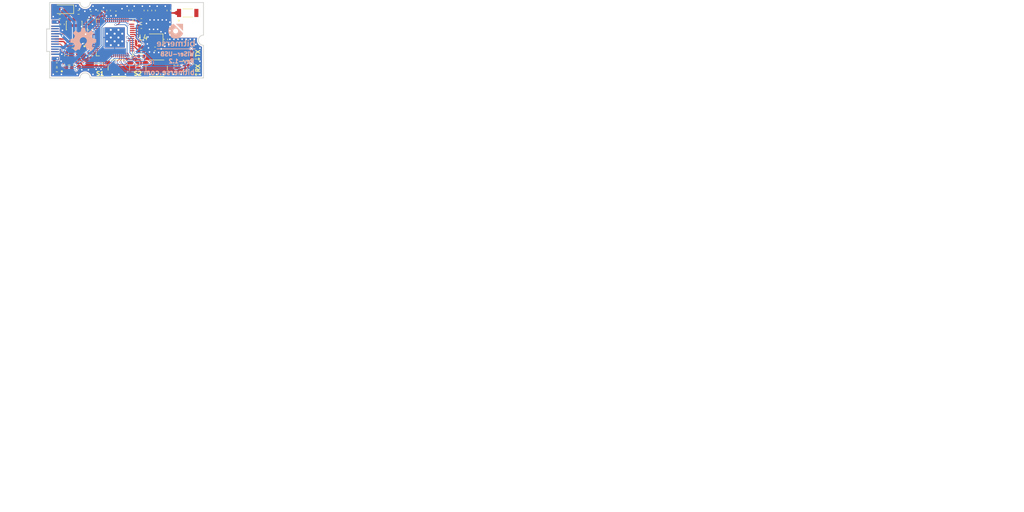
<source format=kicad_pcb>
(kicad_pcb (version 20221018) (generator pcbnew)
  (title_block (title "WiSer-USB") (rev "1.2") (company "Copyright (c) 2024 Bitmerse LLP") (comment 1 "This file is licensed under CERN-OHL-P-2.0") (comment 2 "Author: Jaydeep Dhrangdhariya") (comment 4 "Visit us at https://www.bitmerse.com"))
  (layers (0 "F.Cu" signal) (1 "In1.Cu" power) (2 "In2.Cu" power) (31 "B.Cu" signal) (34 "B.Paste" user) (35 "F.Paste" user) (36 "B.SilkS" user "B.Silkscreen") (37 "F.SilkS" user "F.Silkscreen") (38 "B.Mask" user) (39 "F.Mask" user) (44 "Edge.Cuts" user))
  (net 0 "")
  (net 1 "+5V")
  (net 2 "+3V3")
  (net 3 "/USB+")
  (net 4 "/USB-")
  (net 5 "GND")
  (net 6 "/LED_TXD")
  (net 7 "/LED_RXD")
  (net 8 "Net-(P1-CC)")
  (net 12 "/USB_CONN-")
  (net 13 "/USER_IN")
  (net 14 "/BOOT")
  (net 15 "/CHIP_PU")
  (net 16 "/LNA_IN")
  (net 17 "/VDD3P3")
  (net 18 "/XTAL_P")
  (net 19 "Net-(C17-Pad1)")
  (net 20 "/XTAL_N")
  (net 30 "/USB_CONN+")
  (net 31 "VCC")
  (net 32 "/U0RXD")
  (net 33 "/U0TXD")
  (net 34 "Net-(D3-A)")
  (net 35 "Net-(D2-A)")
  (net 71 "/VDD_SPI")
  (net 72 "Net-(P1-SHIELD)")
  (net 73 "Net-(D1-K)")
  (net 74 "Net-(C20-Pad1)")
  (net 75 "Net-(U3-U0TXD{slash}GPIO43)")
  (net 76 "Net-(C19-Pad1)")
  (net 77 "/USB_FIL-")
  (net 78 "/USB_FIL+")
  (footprint "Capacitor_SMD:C_0402_1005Metric" (layer "F.Cu") (at 93.3 97.495 -90)
    (fp_text reference "C21" hide)
    (fp_text value "1u" hide)
  )
  (footprint "Capacitor_SMD:C_0402_1005Metric" (layer "F.Cu") (at 107.6 93.2 -90)
    (fp_text reference "C4" hide)
    (fp_text value "1u" hide)
  )
  (footprint "Capacitor_SMD:C_0402_1005Metric" (layer "F.Cu") (at 108 89.905)
    (fp_text reference "C10" hide)
    (fp_text value "100p" hide)
  )
  (footprint "TestPointPad:TestPoint_Pad_D0.8mm" (layer "F.Cu") (at 95.775 95)
    (fp_text reference "TP5" hide)
    (fp_text value "5V" hide)
  )
  (footprint "Capacitor_SMD:C_0402_1005Metric" (layer "F.Cu") (at 103.005 87.23 180)
    (fp_text reference "C11" hide)
    (fp_text value "0.1u" hide)
  )
  (footprint "Inductor_SMD:L_0402_1005Metric" (layer "F.Cu") (at 103.015 86.28)
    (fp_text reference "L1" hide)
    (fp_text value "2n" hide)
  )
  (footprint "Resistor_SMD:R_0402_1005Metric" (layer "F.Cu") (at 91.99 87.95 180)
    (fp_text reference "R1" hide)
    (fp_text value "330")
  )
  (footprint "Capacitor_SMD:C_0402_1005Metric" (layer "F.Cu") (at 110.679999 94.3)
    (fp_text reference "C18" hide)
    (fp_text value "TBD" hide)
  )
  (footprint "Capacitor_SMD:C_0402_1005Metric" (layer "F.Cu") (at 98.1 95.585 -90)
    (fp_text reference "C12" hide)
    (fp_text value "0.1u" hide)
  )
  (footprint "Resistor_SMD:R_0402_1005Metric" (layer "F.Cu") (at 95.675 87.105)
    (fp_text reference "FB1" hide)
    (fp_text value "BLM15PX600SN1D" hide)
  )
  (footprint "Inductor_SMD:L_0402_1005Metric" (layer "F.Cu") (at 108.385 90.9 180)
    (fp_text reference "L4")
    (fp_text value "24n")
  )
  (footprint "Capacitor_SMD:C_0402_1005Metric" (layer "F.Cu") (at 98.1 87.3 180)
    (fp_text reference "C3" hide)
    (fp_text value "10u" hide)
  )
  (footprint "2450AT18B100E:XDCR_2450AT18B100E" (layer "F.Cu") (at 117.1 87.23)
    (fp_text reference "E1" hide)
    (fp_text value "2450AT18B100E" hide)
  )
  (footprint "Capacitor_SMD:C_0402_1005Metric" (layer "F.Cu") (at 98 90.6 90)
    (fp_text reference "C5" hide)
    (fp_text value "0.1u" hide)
  )
  (footprint "Crystal:Crystal_SMD_2016-4Pin_2.0x1.6mm" (layer "F.Cu") (at 110.9 92.5 180)
    (fp_text reference "Y1" hide)
    (fp_text value "40MHz" hide)
  )
  (footprint "Capacitor_SMD:C_0402_1005Metric" (layer "F.Cu") (at 97.5 88.855)
    (fp_text reference "C7" hide)
    (fp_text value "10u" hide)
  )
  (footprint "TL3365AF180QG:SW_TL3365AF180QG" (layer "F.Cu") (at 103.575 98.075)
    (fp_text reference "S1" hide)
    (fp_text value "BOOT" hide)
  )
  (footprint "Capacitor_SMD:C_0402_1005Metric" (layer "F.Cu") (at 113.4 86.75 90)
    (fp_text reference "C17" hide)
    (fp_text value "TBD")
  )
  (footprint "Diode_SMD:D_SOD-323_HandSoldering" (layer "F.Cu") (at 92.7 86.5 180)
    (fp_text reference "D1" hide)
    (fp_text value "B5819WS" hide)
  )
  (footprint "TL3365AF180QG:SW_TL3365AF180QG" (layer "F.Cu") (at 111 98.075)
    (fp_text reference "S2" hide)
    (fp_text value "USER" hide)
  )
  (footprint "Capacitor_SMD:C_0402_1005Metric" (layer "F.Cu") (at 105.9 86.75 90)
    (fp_text reference "C23" hide)
    (fp_text value "TBD")
  )
  (footprint "Capacitor_SMD:C_0402_1005Metric" (layer "F.Cu") (at 110.4 86.75 90)
    (fp_text reference "C19" hide)
    (fp_text value "TBD")
  )
  (footprint "Resistor_SMD:R_0402_1005Metric" (layer "F.Cu") (at 107.3 97.51 90)
    (fp_text reference "R6" hide)
    (fp_text value "10K" hide)
  )
  (footprint "Capacitor_SMD:C_0402_1005Metric" (layer "F.Cu") (at 99.125 97.15 -90)
    (fp_text reference "C14" hide)
    (fp_text value "1u" hide)
  )
  (footprint "USBLC6-2P6:SOT50P160X60-6N" (layer "F.Cu") (at 95.015 93.275 180)
    (fp_text reference "U2" hide)
    (fp_text value "USBLC6-2P6" hide)
  )
  (footprint "Resistor_SMD:R_0402_1005Metric" (layer "F.Cu") (at 94.325 97.505 90)
    (fp_text reference "R4" hide)
    (fp_text value "10K" hide)
  )
  (footprint "Capacitor_SMD:C_0402_1005Metric" (layer "F.Cu") (at 97.05 90.45 90)
    (fp_text reference "C13" hide)
    (fp_text value "10u" hide)
  )
  (footprint "LED_SMD:LED_0402_1005Metric_Pad0.77x0.64mm_HandSolder" (layer "F.Cu") (at 117.8 95.5175 -90)
    (fp_text reference "D3" hide)
    (fp_text value "LED" hide)
  )
  (footprint "Resistor_SMD:R_0402_1005Metric" (layer "F.Cu") (at 91.4 98.4)
    (fp_text reference "R2" hide)
    (fp_text value "330")
  )
  (footprint "Inductor_SMD:L_0402_1005Metric" (layer "F.Cu") (at 111.9 87.23)
    (fp_text reference "L3" hide)
    (fp_text value "TBD")
  )
  (footprint "USB-C-Male-Conn:USB-C-Male-Conn" (layer "F.Cu") (at 90.3 92.59 90)
    (fp_text reference "P1" hide)
    (fp_text value "USB_C_Plug" hide)
  )
  (footprint "Capacitor_SMD:C_0402_1005Metric" (layer "F.Cu") (at 92.5 89.47 -90)
    (fp_text reference "C1" hide)
    (fp_text value "0.1u")
  )
  (footprint "Capacitor_SMD:C_0402_1005Metric" (layer "F.Cu") (at 108 94.725)
    (fp_text reference "C15" hide)
    (fp_text value "0.1u" hide)
  )
  (footprint "TestPointPad:TestPoint_Pad_D0.8mm" (layer "F.Cu") (at 95.775 96.4)
    (fp_text reference "TP4" hide)
    (fp_text value "U0TXD" hide)
  )
  (footprint "Capacitor_SMD:C_0402_1005Metric" (layer "F.Cu") (at 100.075 97.15 -90)
    (fp_text reference "C16" hide)
    (fp_text value "0.1u" hide)
  )
  (footprint "Capacitor_SMD:C_0402_1005Metric" (layer "F.Cu") (at 112.807498 92.43 -90)
    (fp_text reference "C20" hide)
    (fp_text value "TBD" hide)
  )
  (footprint "Resistor_SMD:R_0402_1005Metric" (layer "F.Cu") (at 108 95.73)
    (fp_text reference "R5" hide)
    (fp_text value "499" hide)
  )
  (footprint "ESP32-S2:ESP32-S2" (layer "F.Cu") (at 102.75 92.055 -90)
    (fp_text reference "U3" hide)
    (fp_text value "ESP32-S2" hide)
  )
  (footprint "TestPointPad:TestPoint_Pad_D0.8mm" (layer "F.Cu") (at 94.55 99.1)
    (fp_text reference "TP2" hide)
    (fp_text value "3V3" hide)
  )
  (footprint "Resistor_SMD:R_0402_1005Metric" (layer "F.Cu") (at 116.6 96.6 -90)
    (fp_text reference "R8" hide)
    (fp_text value "180" hide)
  )
  (footprint "AP2112K-3.3TRG1:SOT95P285X140-5N" (layer "F.Cu") (at 94.8 89.7 -90)
    (fp_text reference "U1" hide)
    (fp_text value "AP2112K-3.3TRG1" hide)
  )
  (footprint "Capacitor_SMD:C_0402_1005Metric" (layer "F.Cu") (at 91.4 97.4)
    (fp_text reference "C2" hide)
    (fp_text value "0.1u")
  )
  (footprint "Capacitor_SMD:C_0402_1005Metric" (layer "F.Cu") (at 108.9 86.75 90)
    (fp_text reference "C22" hide)
    (fp_text value "TBD")
  )
  (footprint "Resistor_SMD:R_0402_1005Metric" (layer "F.Cu") (at 93.3 95.575 90)
    (fp_text reference "R3" hide)
    (fp_text value "5.1K" hide)
  )
  (footprint "Capacitor_SMD:C_0402_1005Metric" (layer "F.Cu") (at 99.825 86.8 90)
    (fp_text reference "C6" hide)
    (fp_text value "1u" hide)
  )
  (footprint "Resistor_SMD:R_0402_1005Metric" (layer "F.Cu") (at 116.6 98.6 90)
    (fp_text reference "R7" hide)
    (fp_text value "180" hide)
  )
  (footprint "TestPointPad:TestPoint_Pad_D0.8mm" (layer "F.Cu") (at 93.15 99.1)
    (fp_text reference "TP1" hide)
    (fp_text value "GND" hide)
  )
  (footprint "Capacitor_SMD:C_0402_1005Metric" (layer "F.Cu") (at 101.575 86.75 -90)
    (fp_text reference "C9" hide)
    (fp_text value "0.1u" hide)
  )
  (footprint "Capacitor_SMD:C_0402_1005Metric" (layer "F.Cu") (at 108 88.71)
    (fp_text reference "C8" hide)
    (fp_text value "0.1u" hide)
  )
  (footprint "LED_SMD:LED_0402_1005Metric_Pad0.77x0.64mm_HandSolder" (layer "F.Cu") (at 117.8 98.545 -90)
    (fp_text reference "D2" hide)
    (fp_text value "LED" hide)
  )
  (footprint "Inductor_SMD:L_0402_1005Metric" (layer "F.Cu") (at 107.4 87.23)
    (fp_text reference "L5" hide)
    (fp_text value "TBD")
  )
  (footprint "TestPointPad:TestPoint_Pad_D0.8mm" (layer "F.Cu") (at 95.775 97.8)
    (fp_text reference "TP3" hide)
    (fp_text value "U0RXD" hide)
  )
  (footprint "DLM0NSM900HY2D:FIL_DLM0NSM900HY2D" (layer "F.Cu") (at 97.5 93.525)
    (fp_text reference "L2" hide)
    (fp_text value "L_Ferrite_Coupled_Small_1243")
  )
  (footprint "Resistor_SMD:R_0402_1005Metric" (layer "F.Cu") (at 114.8 97.51 90)
    (fp_text reference "R9" hide)
    (fp_text value "10K" hide)
  )
  (footprint "LOGO" (layer "B.Cu") (at 114.8 91.58 180)
    (fp_text reference "G***" hide)
    (fp_text value "LOGO" hide)
  )
  (footprint "LOGO" (layer "B.Cu") (at 96.6 92.6 180)
    (fp_text reference "G***" hide)
    (fp_text value "LOGO" hide)
  )
  (gr_line (start 103.975 87.8) (end 104.15 88.3) (stroke (width 0.2)) (layer "F.Cu"))
  (gr_line (start 104.275 87.755) (end 104.55 88.23) (stroke (width 0.2)) (layer "F.Cu"))
  (gr_line (start 92.125 91.3125) (end 92.6 91.5875) (stroke (width 0.2)) (layer "B.Cu"))
  (gr_line (start 92.125 91.35) (end 92.35 91.8) (stroke (width 0.2)) (layer "B.Cu"))
  (gr_line (start 118.6 94.28) (end 111.0875 94.28) (stroke (width 0.15)) (layer "B.SilkS"))
  (gr_circle (center 92.375 98.7) (end 92.502475 98.7) (stroke (width 0.15)) (fill solid) (layer "F.SilkS"))
  (gr_arc (start 95.95 100) (mid 96.95 99) (end 97.95 100) (stroke (width 0.15)) (layer "Edge.Cuts"))
  (gr_line (start 90 94.805) (end 89.4 94.805) (stroke (width 0.15)) (layer "Edge.Cuts"))
  (gr_line (start 89.4 94.805) (end 89.4 90.375) (stroke (width 0.15)) (layer "Edge.Cuts"))
  (gr_line (start 120.2 100) (end 97.95 100) (stroke (width 0.15)) (layer "Edge.Cuts"))
  (gr_line (start 95.95 100) (end 90 100) (stroke (width 0.15)) (layer "Edge.Cuts"))
  (gr_line (start 120.2 91.59) (end 120.2 85.18) (stroke (width 0.15)) (layer "Edge.Cuts"))
  (gr_arc (start 97.950001 85.18) (mid 96.950001 86.18) (end 95.950001 85.18) (stroke (width 0.15)) (layer "Edge.Cuts"))
  (gr_line (start 90 100) (end 90 94.805) (stroke (width 0.15)) (layer "Edge.Cuts"))
  (gr_line (start 90 90.375) (end 89.4 90.375) (stroke (width 0.15)) (layer "Edge.Cuts"))
  (gr_arc (start 120.2 93.590001) (mid 119.199999 92.59) (end 120.2 91.59) (stroke (width 0.15)) (layer "Edge.Cuts"))
  (gr_line (start 95.950001 85.18) (end 90 85.18) (stroke (width 0.15)) (layer "Edge.Cuts"))
  (gr_line (start 120.2 85.18) (end 97.950001 85.18) (stroke (width 0.15)) (layer "Edge.Cuts"))
  (gr_line (start 90 85.18) (end 90 90.375) (stroke (width 0.15)) (layer "Edge.Cuts"))
  (gr_line (start 120.2 100) (end 120.2 93.590001) (stroke (width 0.15)) (layer "Edge.Cuts"))
  (gr_text "WiSer-USB" (at 118.5 95.78) (layer "B.SilkS") (effects (font (size 0.8 0.8) (thickness 0.2) bold) (justify left bottom mirror)))
  (gr_text "Rev-1.2" (at 118.5 97.18) (layer "B.SilkS") (effects (font (size 0.8 0.8) (thickness 0.2) bold) (justify left bottom mirror)))
  (gr_text "bitmerse.com" (at 118.6 99.48) (layer "B.SilkS") (effects (font (size 1 1) (thickness 0.2) bold) (justify left bottom mirror)))
  (gr_text "⇢" (at 118.4 96.9) (layer "F.SilkS") (effects (font (size 1 1) (thickness 0.1) bold) (justify left bottom)))
  (gr_text "RX" (at 119.584768 99 90) (layer "F.SilkS") (effects (font (size 0.8 0.8) (thickness 0.2) bold) (justify left bottom)))
  (gr_text "S2" (at 106.4 99.6) (layer "F.SilkS") (effects (font (size 0.8 0.8) (thickness 0.2) bold) (justify left bottom)))
  (gr_text "S1" (at 99 99.63) (layer "F.SilkS") (effects (font (size 0.8 0.8) (thickness 0.2) bold) (justify left bottom)))
  (gr_text "⇢" (at 119.607536 98.7 180) (layer "F.SilkS") (effects (font (size 1 1) (thickness 0.1) bold) (justify left bottom)))
  (gr_text "TX" (at 119.584768 96 90) (layer "F.SilkS") (effects (font (size 0.8 0.8) (thickness 0.2) bold) (justify left bottom)))
  (segment (start 95.655 95) (end 95.25 95.405) (width 0.3) (layer "F.Cu") (net 1))
  (segment (start 92.637853 94.388943) (end 92.637853 94.512146) (width 0.25) (layer "F.Cu") (net 1))
  (segment (start 94.325 93.275) (end 93.565 93.275) (width 0.3) (layer "F.Cu") (net 1))
  (segment (start 92.115 91.34) (end 91.05 91.34) (width 0.25) (layer "F.Cu") (net 1))
  (segment (start 92.3 86.5) (end 91.45 86.5) (width 0.55) (layer "F.Cu") (net 1))
  (segment (start 95.775 95) (end 95.655 95) (width 0.3) (layer "F.Cu") (net 1))
  (segment (start 95.25 95.405) (end 95.025 95.405) (width 0.3) (layer "F.Cu") (net 1))
  (segment (start 92.525 91.75) (end 92.115 91.34) (width 0.25) (layer "F.Cu") (net 1))
  (segment (start 92.08891 93.84) (end 91.05 93.84) (width 0.25) (layer "F.Cu") (net 1))
  (segment (start 92.08891 93.84) (end 92.637853 94.388943) (width 0.25) (layer "F.Cu") (net 1))
  (via (at 92.525 91.75) (size 0.45) (drill 0.3) (layers "F.Cu" "B.Cu") (net 1))
  (via (at 95.025 95.405) (size 0.45) (drill 0.3) (layers "F.Cu" "B.Cu") (net 1))
  (via (at 92.3 86.5) (size 0.45) (drill 0.3) (layers "F.Cu" "B.Cu") (net 1))
  (via (at 93.565 93.275) (size 0.45) (drill 0.3) (layers "F.Cu" "B.Cu") (net 1))
  (via (at 92.637853 94.512146) (size 0.45) (drill 0.3) (layers "F.Cu" "B.Cu") (net 1))
  (segment (start 92.637853 94.202147) (end 92.9425 93.8975) (width 0.55) (layer "B.Cu") (net 1))
  (segment (start 91.05 93.84) (end 92.885 93.84) (width 0.25) (layer "B.Cu") (net 1))
  (segment (start 95.025 95.405) (end 93.530707 95.405) (width 0.3) (layer "B.Cu") (net 1))
  (segment (start 91.05 93.84) (end 92.000706 93.84) (width 0.25) (layer "B.Cu") (net 1))
  (segment (start 93.565 92.79) (end 92.525 91.75) (width 0.55) (layer "B.Cu") (net 1))
  (segment (start 93.530707 95.405) (end 92.637853 94.512146) (width 0.3) (layer "B.Cu") (net 1))
  (segment (start 92.637853 94.388943) (end 92.637853 94.512146) (width 0.25) (layer "B.Cu") (net 1))
  (segment (start 92.115 91.34) (end 91.05 91.34) (width 0.25) (layer "B.Cu") (net 1))
  (segment (start 92.275706 93.84) (end 92.637853 94.202147) (width 0.25) (layer "B.Cu") (net 1))
  (segment (start 94.8 92.8) (end 94.325 93.275) (width 0.55) (layer "B.Cu") (net 1))
  (segment (start 92.3 86.5) (end 94.8 89) (width 0.55) (layer "B.Cu") (net 1))
  (segment (start 94.325 93.275) (end 93.565 93.275) (width 0.55) (layer "B.Cu") (net 1))
  (segment (start 94.8 89) (end 94.8 92.8) (width 0.55) (layer "B.Cu") (net 1))
  (segment (start 92.885 93.84) (end 92.9425 93.8975) (width 0.25) (layer "B.Cu") (net 1))
  (segment (start 92.637853 94.512146) (end 92.637853 94.202147) (width 0.55) (layer "B.Cu") (net 1))
  (segment (start 92.525 91.75) (end 92.115 91.34) (width 0.25) (layer "B.Cu") (net 1))
  (segment (start 93.565 93.275) (end 93.565 92.79) (width 0.55) (layer "B.Cu") (net 1))
  (segment (start 91.05 93.84) (end 91.81391 93.84) (width 0.25) (layer "B.Cu") (net 1))
  (segment (start 92.08891 93.84) (end 92.637853 94.388943) (width 0.25) (layer "B.Cu") (net 1))
  (segment (start 92.9425 93.8975) (end 93.565 93.275) (width 0.55) (layer "B.Cu") (net 1))
  (segment (start 95.795 90.93) (end 97.05 90.93) (width 0.5) (layer "F.Cu") (net 2))
  (segment (start 105.805 88.61) (end 105.3575 88.61) (width 0.2) (layer "F.Cu") (net 2))
  (segment (start 99.825 87.28) (end 100.451325 87.28) (width 0.5) (layer "F.Cu") (net 2))
  (segment (start 94.55 98.68) (end 94.55 99.1) (width 0.254) (layer "F.Cu") (net 2))
  (segment (start 105.805 88.61) (end 106.525 88.61) (width 0.3) (layer "F.Cu") (net 2))
  (segment (start 95 97.355) (end 94.985 97.355) (width 0.254) (layer "F.Cu") (net 2))
  (segment (start 106.1875 91.455) (end 106.687448 91.455) (width 0.2) (layer "F.Cu") (net 2))
  (segment (start 98.1 95.02) (end 98.1 94.9) (width 0.254) (layer "F.Cu") (net 2))
  (segment (start 106.9 90.255) (end 106.1875 90.255) (width 0.2) (layer "F.Cu") (net 2))
  (segment (start 107.52 94.725) (end 107.647 94.598) (width 0.254) (layer "F.Cu") (net 2))
  (segment (start 102.545 86.35) (end 102.55 86.345) (width 0.5) (layer "F.Cu") (net 2))
  (segment (start 106.833462 95.041747) (end 107.203253 95.041747) (width 0.254) (layer "F.Cu") (net 2))
  (segment (start 107.203253 95.041747) (end 107.52 94.725) (width 0.254) (layer "F.Cu") (net 2))
  (segment (start 98.015 95.105) (end 98.1 95.02) (width 0.254) (layer "F.Cu") (net 2))
  (segment (start 115.53 98.02) (end 115.95 97.6) (width 0.254) (layer "F.Cu") (net 2))
  (segment (start 97.05 91.4) (end 97.05 90.93) (width 0.5) (layer "F.Cu") (net 2))
  (segment (start 94.325 98.015) (end 94.325 98.455) (width 0.254) (layer "F.Cu") (net 2))
  (segment (start 98.83 87.3) (end 99.805 87.3) (width 0.5) (layer "F.Cu") (net 2))
  (segment (start 107.647 94.598) (end 107.647 94.575736) (width 0.254) (layer "F.Cu") (net 2))
  (segment (start 114.8 98.02) (end 115.53 98.02) (width 0.254) (layer "F.Cu") (net 2))
  (segment (start 107.32 98) (end 107.3 98.02) (width 0.254) (layer "F.Cu") (net 2))
  (segment (start 106.973 91.740552) (end 106.973 92.093) (width 0.254) (layer "F.Cu") (net 2))
  (segment (start 94.325 98.455) (end 94.55 98.68) (width 0.254) (layer "F.Cu") (net 2))
  (segment (start 107.322 90.255) (end 106.9 90.255) (width 0.254) (layer "F.Cu") (net 2))
  (segment (start 116.6 98.09) (end 116.6 97.11) (width 0.254) (layer "F.Cu") (net 2))
  (segment (start 101.461325 86.27) (end 101.575 86.27) (width 0.5) (layer "F.Cu") (net 2))
  (segment (start 98.1 94.9) (end 98.6 94.4) (width 0.254) (layer "F.Cu") (net 2))
  (segment (start 98.5005 90.687743) (end 98.392257 90.687743) (width 0.254) (layer "F.Cu") (net 2))
  (segment (start 106.525 88.61) (end 106.625 88.71) (width 0.3) (layer "F.Cu") (net 2))
  (segment (start 98.745 94.255) (end 98.6 94.4) (width 0.2) (layer "F.Cu") (net 2))
  (segment (start 94.985 97.355) (end 94.325 98.015) (width 0.254) (layer "F.Cu") (net 2))
  (segment (start 98.58 87.3) (end 98.58 88.105) (width 0.5) (layer "F.Cu") (net 2))
  (segment (start 115.95 97.6) (end 116.6 97.6) (width 0.254) (layer "F.Cu") (net 2))
  (segment (start 107.52 90.057) (end 107.322 90.255) (width 0.254) (layer "F.Cu") (net 2))
  (segment (start 107.1 94.305) (end 107.52 94.725) (width 0.254) (layer "F.Cu") (net 2))
  (segment (start 99.805 87.3) (end 99.825 87.28) (width 0.5) (layer "F.Cu") (net 2))
  (segment (start 99.3125 94.255) (end 98.745 94.255) (width 0.2) (layer "F.Cu") (net 2))
  (segment (start 106.9 94.1) (end 106.655 93.855) (width 0.2) (layer "F.Cu") (net 2))
  (segment (start 106.625 88.71) (end 107.395 88.71) (width 0.3) (layer "F.Cu") (net 2))
  (segment (start 107.5 89.305) (end 107.5 89.815) (width 0.254) (layer "F.Cu") (net 2))
  (segment (start 106.973 92.093) (end 107.6 92.72) (width 0.254) (layer "F.Cu") (net 2))
  (segment (start 107.52 88.71) (end 107.61 88.8) (width 0.254) (layer "F.Cu") (net 2))
  (segment (start 108.26052 93.38052) (end 107.6 92.72) (width 0.254) (layer "F.Cu") (net 2))
  (segment (start 105.3575 88.61) (end 105.35 88.6175) (width 0.2) (layer "F.Cu") (net 2))
  (segment (start 107.8005 98) (end 107.32 98) (width 0.254) (layer "F.Cu") (net 2))
  (segment (start 102.52 86.27) (end 102.53 86.28) (width 0.5) (layer "F.Cu") (net 2))
  (segment (start 106.9 94.1) (end 107.1 94.3) (width 0.254) (layer "F.Cu") (net 2))
  (segment (start 107.1 94.3) (end 107.1 94.305) (width 0.254) (layer "F.Cu") (net 2))
  (segment (start 98.392257 90.687743) (end 98 91.08) (width 0.254) (layer "F.Cu") (net 2))
  (segment (start 95.75 90.885) (end 95.795 90.93) (width 0.5) (layer "F.Cu") (net 2))
  (segment (start 99.3125 91.455) (end 98.725 91.455) (width 0.2) (layer "F.Cu") (net 2))
  (segment (start 107.52 89.905) (end 107.52 90.057) (width 0.254) (layer "F.Cu") (net 2))
  (segment (start 107.5 88.8) (end 107.5 89.305) (width 0.254) (layer "F.Cu") (net 2))
  (segment (start 98.375 91.455) (end 98 91.08) (width 0.254) (layer "F.Cu") (net 2))
  (segment (start 101.575 86.27) (end 102.52 86.27) (width 0.5) (layer "F.Cu") (net 2))
  (segment (start 116.6 97.6) (end 116.6 98.09) (width 0.254) (layer "F.Cu") (net 2))
  (segment (start 98.725 91.455) (end 98.375 91.455) (width 0.254) (layer "F.Cu") (net 2))
  (segment (start 108 97.8005) (end 107.8005 98) (width 0.254) (layer "F.Cu") (net 2))
  (segment (start 100.451325 87.28) (end 101.461325 86.27) (width 0.5) (layer "F.Cu") (net 2))
  (segment (start 106.687448 91.455) (end 106.973 91.740552) (width 0.254) (layer "F.Cu") (net 2))
  (segment (start 99.3125 94.255) (end 98.8 94.255) (width 0.2) (layer "F.Cu") (net 2))
  (segment (start 106.655 93.855) (end 106.1875 93.855) (width 0.2) (layer "F.Cu") (net 2))
  (segment (start 116.4895 98.09) (end 116.6 98.09) (width 0.254) (layer "F.Cu") (net 2))
  (segment (start 97.25 95.105) (end 98.015 95.105) (width 0.254) (layer "F.Cu") (net 2))
  (via (at 97.25 95.105) (size 0.45) (drill 0.3) (layers "F.Cu" "B.Cu") (net 2))
  (via (at 97.05 91.4) (size 0.45) (drill 0.3) (layers "F.Cu" "B.Cu") (net 2))
  (via (at 95 97.355) (size 0.45) (drill 0.3) (layers "F.Cu" "B.Cu") (net 2))
  (via (at 106.833462 95.041747) (size 0.45) (drill 0.3) (layers "F.Cu" "B.Cu") (net 2))
  (via (at 107.5 89.305) (size 0.45) (drill 0.3) (layers "F.Cu" "B.Cu") (net 2))
  (via (at 98.58 88.105) (size 0.45) (drill 0.3) (layers "F.Cu" "B.Cu") (net 2))
  (via (at 108.26052 93.38052) (size 0.45) (drill 0.3) (layers "F.Cu" "B.Cu") (net 2))
  (via (at 100.575 87.13) (size 0.45) (drill 0.3) (layers "F.Cu" "B.Cu") (net 2))
  (via (at 98.5005 90.687743) (size 0.45) (drill 0.3) (layers "F.Cu" "B.Cu") (net 2))
  (via (at 108 97.8005) (size 0.45) (drill 0.3) (layers "F.Cu" "B.Cu") (net 2))
  (via (at 115.95 97.6) (size 0.45) (drill 0.3) (layers "F.Cu" "B.Cu") (net 2))
  (segment (start 99.5 88.205) (end 100.575 87.13) (width 0.254) (layer "B.Cu") (net 2))
  (segment (start 101.082 88.557) (end 106.752 88.557) (width 0.254) (layer "B.Cu") (net 2))
  (segment (start 100.575 88.05) (end 101.082 88.557) (width 0.254) (layer "B.Cu") (net 2))
  (segment (start 115.7495 97.8005) (end 115.95 97.6) (width 0.254) (layer "B.Cu") (net 2))
  (segment (start 110.2 96.7) (end 108.541747 95.041747) (width 0.254) (layer "B.Cu") (net 2))
  (segment (start 98.5005 93.8545) (end 97.25 95.105) (width 0.254) (layer "B.Cu") (net 2))
  (segment (start 109.55 97.8005) (end 115.7495 97.8005) (width 0.254) (layer "B.Cu") (net 2))
  (segment (start 107.5 89.305) (end 107.05 89.755) (width 0.254) (layer "B.Cu") (net 2))
  (segment (start 98.5005 90.687743) (end 98.5005 93.8545) (width 0.254) (layer "B.Cu") (net 2))
  (segment (start 109.55 97.8005) (end 109.6995 97.8005) (width 0.254) (layer "B.Cu") (net 2))
  (segment (start 108 97.8005) (end 109.55 97.8005) (width 0.254) (layer "B.Cu") (net 2))
  (segment (start 100.575 87.13) (end 100.575 88.05) (width 0.254) (layer "B.Cu") (net 2))
  (segment (start 110.2 97.3) (end 110.2 96.7) (width 0.254) (layer "B.Cu") (net 2))
  (segment (start 97.25 95.105) (end 95 97.355) (width 0.254) (layer "B.Cu") (net 2))
  (segment (start 108.26052 93.38052) (end 108.26052 93.614689) (width 0.254) (layer "B.Cu") (net 2))
  (segment (start 109.55 96.05) (end 109.5 96) (width 0.254) (layer "B.Cu") (net 2))
  (segment (start 108.26052 93.614689) (end 106.833462 95.041747) (width 0.254) (layer "B.Cu") (net 2))
  (segment (start 98.5005 90.687743) (end 99.5 89.688243) (width 0.254) (layer "B.Cu") (net 2))
  (segment (start 107.05 89.755) (end 107.05 92.17) (width 0.254) (layer "B.Cu") (net 2))
  (segment (start 107.05 92.17) (end 108.26052 93.38052) (width 0.254) (layer "B.Cu") (net 2))
  (segment (start 106.752 88.557) (end 107.5 89.305) (width 0.254) (layer "B.Cu") (net 2))
  (segment (start 99.5 89.688243) (end 99.5 88.205) (width 0.254) (layer "B.Cu") (net 2))
  (segment (start 97.05 89.635) (end 98.58 88.105) (width 0.5) (layer "B.Cu") (net 2))
  (segment (start 97.05 89.635) (end 97.05 91.4) (width 0.5) (layer "B.Cu") (net 2))
  (segment (start 108.541747 95.041747) (end 106.833462 95.041747) (width 0.254) (layer "B.Cu") (net 2))
  (segment (start 109.6995 97.8005) (end 110.2 97.3) (width 0.254) (layer "B.Cu") (net 2))
  (segment (start 96.255591 93.780556) (end 96.250035 93.775) (width 0.261112) (layer "F.Cu") (net 3))
  (segment (start 96.679965 93.775) (end 96.674409 93.780556) (width 0.261112) (layer "F.Cu") (net 3))
  (segment (start 97.2 93.775) (end 96.679965 93.775) (width 0.261112) (layer "F.Cu") (net 3))
  (segment (start 96.250035 93.775) (end 95.705 93.775) (width 0.261112) (layer "F.Cu") (net 3))
  (segment (start 96.674409 93.780556) (end 96.255591 93.780556) (width 0.261112) (layer "F.Cu") (net 3))
  (segment (start 97.2 93.295035) (end 97.2 93.275) (width 0.261112) (layer "F.Cu") (net 4))
  (segment (start 96.255591 92.769444) (end 96.674409 92.769444) (width 0.261112) (layer "F.Cu") (net 4))
  (segment (start 96.674409 92.769444) (end 97.2 93.295035) (width 0.261112) (layer "F.Cu") (net 4))
  (segment (start 95.749444 92.819444) (end 96.205591 92.819444) (width 0.261112) (layer "F.Cu") (net 4))
  (segment (start 96.205591 92.819444) (end 96.255591 92.769444) (width 0.261112) (layer "F.Cu") (net 4))
  (segment (start 95.705 92.775) (end 95.749444 92.819444) (width 0.261112) (layer "F.Cu") (net 4))
  (segment (start 92.21 90.01) (end 92.04 89.84) (width 0.25) (layer "F.Cu") (net 5))
  (segment (start 92.5 90.01) (end 92.21 90.01) (width 0.25) (layer "F.Cu") (net 5))
  (segment (start 92.04 89.84) (end 91.05 89.84) (width 0.25) (layer "F.Cu") (net 5))
  (segment (start 92.375 95.33) (end 92.365 95.34) (width 0.254) (layer "F.Cu") (net 5))
  (segment (start 92.375 95.34) (end 91.05 95.34) (width 0.254) (layer "F.Cu") (net 5))
  (segment (start 107.6 93.68) (end 107.622 93.68) (width 0.254) (layer "F.Cu") (net 5))
  (segment (start 95.705 93.275) (end 96.465 93.275) (width 0.3) (layer "F.Cu") (net 5))
  (segment (start 107.622 93.68) (end 107.672 93.73) (width 0.254) (layer "F.Cu") (net 5))
  (via (at 111.3 88.6) (size 0.45) (drill 0.3) (layers "F.Cu" "B.Cu") (net 5))
  (via (at 111.85551 90.919821) (size 0.45) (drill 0.3) (layers "F.Cu" "B.Cu") (net 5))
  (via (at 97.735911 88.065911) (size 0.45) (drill 0.3) (layers "F.Cu" "B.Cu") (net 5))
  (via (at 113.6 89.04) (size 0.45) (drill 0.3) (layers "F.Cu" "B.Cu") (net 5))
  (via (at 109.7 99.3) (size 0.45) (drill 0.3) (layers "F.Cu" "B.Cu") (net 5))
  (via (at 100.2 99.3) (size 0.45) (drill 0.3) (layers "F.Cu" "B.Cu") (net 5))
  (via (at 96.3 98.4) (size 0.45) (drill 0.3) (layers "F.Cu" "B.Cu") (net 5))
  (via (at 109.7 88.6) (size 0.45) (drill 0.3) (layers "F.Cu" "B.Cu") (net 5))
  (via (at 102.05 87.805) (size 0.45) (drill 0.3) (layers "F.Cu" "B.Cu") (net 5))
  (via (at 116.8 92.4) (size 0.45) (drill 0.3) (layers "F.Cu" "B.Cu") (net 5))
  (via (at 92.25 96.7) (size 0.45) (drill 0.3) (layers "F.Cu" "B.Cu") (net 5))
  (via (at 92.3 99.3) (size 0.45) (drill 0.3) (layers "F.Cu" "B.Cu") (net 5))
  (via (at 104.2 86.4) (size 0.45) (drill 0.3) (layers "F.Cu" "B.Cu") (net 5))
  (via (at 109.179902 93.315592) (size 0.45) (drill 0.3) (layers "F.Cu" "B.Cu") (net 5))
  (via (at 98.5 99.3) (size 0.45) (drill 0.3) (layers "F.Cu" "B.Cu") (net 5))
  (via (at 107.7 92.0495) (size 0.45) (drill 0.3) (layers "F.Cu" "B.Cu") (net 5))
  (via (at 98.5 85.9) (size 0.45) (drill 0.3) (layers "F.Cu" "B.Cu") (net 5))
  (via (at 109.3 91.95) (size 0.45) (drill 0.3) (layers "F.Cu" "B.Cu") (net 5))
  (via (at 99.125 98.305) (size 0.45) (drill 0.3) (layers "F.Cu" "B.Cu") (net 5))
  (via (at 103.575 99.3) (size 0.45) (drill 0.3) (layers "F.Cu" "B.Cu") (net 5))
  (via (at 112.7 91.2) (size 0.45) (drill 0.3) (layers "F.Cu" "B.Cu") (net 5))
  (via (at 96.9 86.9) (size 0.45) (drill 0.3) (layers "F.Cu" "B.Cu") (net 5))
  (via (at 105.2 85.9) (size 0.45) (drill 0.3) (layers "F.Cu" "B.Cu") (net 5))
  (via (at 115.2 92.4) (size 0.45) (drill 0.3) (layers "F.Cu" "B.Cu") (net 5))
  (via (at 119.5 94.15) (size 0.45) (drill 0.3) (layers "F.Cu" "B.Cu") (net 5))
  (via (at 108.2 85.9) (size 0.45) (drill 0.3) (layers "F.Cu" "B.Cu") (net 5))
  (via (at 118.4 92.4) (size 0.45) (drill 0.3) (layers "F.Cu" "B.Cu") (net 5))
  (via (at 95.4 99.3) (size 0.45) (drill 0.3) (layers "F.Cu" "B.Cu") (net 5))
  (via (at 119.5 99.3) (size 0.45) (drill 0.3) (layers "F.Cu" "B.Cu") (net 5))
  (via (at 111.1 85.9) (size 0.45) (drill 0.3) (layers "F.Cu" "B.Cu") (net 5))
  (via (at 118.7 93.4) (size 0.45) (drill 0.3) (layers "F.Cu" "B.Cu") (net 5))
  (via (at 114.4 92.4) (size 0.45) (drill 0.3) (layers "F.Cu" "B.Cu") (net 5))
  (via (at 101.15 87.83) (size 0.45) (drill 0.3) (layers "F.Cu" "B.Cu") (net 5))
  (via (at 97.15 95.93) (size 0.45) (drill 0.3) (layers "F.Cu" "B.Cu") (net 5))
  (via (at 111.2 90.4505) (size 0.45) (drill 0.3) (layers "F.Cu" "B.Cu") (net 5))
  (via (at 109.649999 85.9) (size 0.45) (drill 0.3) (layers "F.Cu" "B.Cu") (net 5))
  (via (at 90.7 99.3) (size 0.45) (drill 0.3) (layers "F.Cu" "B.Cu") (net 5))
  (via (at 112.9 88.6) (size 0.45) (drill 0.3) (layers "F.Cu" "B.Cu") (net 5))
  (via (at 112.7 85.9) (size 0.45) (drill 0.3) (layers "F.Cu" "B.Cu") (net 5))
  (via (at 113.4 93.4) (size 0.45) (drill 0.3) (layers "F.Cu" "B.Cu") (net 5))
  (via (at 113.6 90.72) (size 0.45) (drill 0.3) (layers "F.Cu" "B.Cu") (net 5))
  (via (at 109.6 90.4505) (size 0.45) (drill 0.3) (layers "F.Cu" "B.Cu") (net 5))
  (via (at 110.5 88.6) (size 0.45) (drill 0.3) (layers "F.Cu" "B.Cu") (net 5))
  (via (at 117.6 92.4) (size 0.45) (drill 0.3) (layers "F.Cu" "B.Cu") (net 5))
  (via (at 115.8 99.3) (size 0.45) (drill 0.3) (layers "F.Cu" "B.Cu") (net 5))
  (via (at 113.6 91.56) (size 0.45) (drill 0.3) (layers "F.Cu" "B.Cu") (net 5))
  (via (at 96.465 93.275) (size 0.45) (drill 0.3) (layers "F.Cu" "B.Cu") (net 5))
  (via (at 100.075 98.305) (size 0.45) (drill 0.3) (layers "F.Cu" "B.Cu") (net 5))
  (via (at 95.85 86.45) (size 0.45) (drill 0.3) (layers "F.Cu" "B.Cu") (net 5))
  (via (at 92.375 95.34) (size 0.45) (drill 0.3) (layers "F.Cu" "B.Cu") (net 5))
  (via (at 113.6 92.4) (size 0.45) (drill 0.3) (layers "F.Cu" "B.Cu") (net 5))
  (via (at 112.3 99.3) (size 0.45) (drill 0.3) (layers "F.Cu" "B.Cu") (net 5))
  (via (at 97.6 98.4) (size 0.45) (drill 0.3) (layers "F.Cu" "B.Cu") (net 5))
  (via (at 116 92.4) (size 0.45) (drill 0.3) (layers "F.Cu" "B.Cu") (net 5))
  (via (at 97.95 86.55) (size 0.45) (drill 0.3) (layers "F.Cu" "B.Cu") (net 5))
  (via (at 114.3 99.3) (size 0.45) (drill 0.3) (layers "F.Cu" "B.Cu") (net 5))
  (via (at 103 87.805) (size 0.45) (drill 0.3) (layers "F.Cu" "B.Cu") (net 5))
  (via (at 111.9 94.3) (size 0.45) (drill 0.3) (layers "F.Cu" "B.Cu") (net 5))
  (via (at 102.275 99.3) (size 0.45) (drill 0.3) (layers "F.Cu" "B.Cu") (net 5))
  (via (at 112.1 88.6) (size 0.45) (drill 0.3) (layers "F.Cu" "B.Cu") (net 5))
  (via (at 110.4 90.4505) (size 0.45) (drill 0.3) (layers "F.Cu" "B.Cu") (net 5))
  (via (at 99.1 86.6) (size 0.45) (drill 0.3) (layers "F.Cu" "B.Cu") (net 5))
  (via (at 109.6 94.9) (size 0.45) (drill 0.3) (layers "F.Cu" "B.Cu") (net 5))
  (via (at 100.575 86.2) (size 0.45) (drill 0.3) (layers "F.Cu" "B.Cu") (net 5))
  (via (at 107.287499 99.3) (size 0.45) (drill 0.3) (layers "F.Cu" "B.Cu") (net 5))
  (via (at 119.5 96.725) (size 0.45) (drill 0.3) (layers "F.Cu" "B.Cu") (net 5))
  (via (at 108.4 92.55) (size 0.45) (drill 0.3) (layers "F.Cu" "B.Cu") (net 5))
  (via (at 92.5 90.65) (size 0.45) (drill 0.3) (layers "F.Cu" "B.Cu") (net 5))
  (via (at 113.6 89.88) (size 0.45) (drill 0.3) (layers "F.Cu" "B.Cu") (net 5))
  (via (at 90.7 87.95) (size 0.45) (drill 0.3) (layers "F.Cu" "B.Cu") (net 5))
  (via (at 98.4 89.45) (size 0.45) (drill 0.3) (layers "F.Cu" "B.Cu") (net 5))
  (via (at 96.25 89.9) (size 0.45) (drill 0.3) (layers "F.Cu" "B.Cu") (net 5))
  (via (at 111.4 95) (size 0.45) (drill 0.3) (layers "F.Cu" "B.Cu") (net 5))
  (via (at 112.6 93.8) (size 0.45) (drill 0.3) (layers "F.Cu" "B.Cu") (net 5))
  (via (at 109.4 94.1) (size 0.45) (drill 0.3) (layers "F.Cu" "B.Cu") (net 5))
  (via (at 110.5 95) (size 0.45) (drill 0.3) (layers "F.Cu" "B.Cu") (net 5))
  (via (at 106.6 85.9) (size 0.45) (drill 0.3) (layers "F.Cu" "B.Cu") (net 5))
  (via (at 109 89.3) (size 0.45) (drill 0.3) (layers "F.Cu" "B.Cu") (net 5))
  (via (at 95.15 85.85) (size 0.45) (drill 0.3) (layers "F.Cu" "B.Cu") (net 5))
  (via (at 111 99.3) (size 0.45) (drill 0.3) (layers "F.Cu" "B.Cu") (net 5))
  (via (at 104.875 99.3) (size 0.45) (drill 0.3) (layers "F.Cu" "B.Cu") (net 5))
  (segment (start 92.5 89.84) (end 91.05 89.84) (width 0.25) (layer "B.Cu") (net 5))
  (segment (start 92.1 95.34) (end 91.05 95.34) (width 0.254) (layer "B.Cu") (net 5))
  (segment (start 103.95 96.455) (end 104.15 96.255) (width 0.15) (layer "F.Cu") (net 6))
  (segment (start 117.8 94.25) (end 117.8 95.0725) (width 0.15) (layer "F.Cu") (net 6))
  (segment (start 104.15 96.255) (end 104.15 95.4925) (width 0.15) (layer "F.Cu") (net 6))
  (segment (start 103.95 96.88) (end 103.95 96.455) (width 0.15) (layer "F.Cu") (net 6))
  (via (at 117.8 94.25) (size 0.45) (drill 0.3) (layers "F.Cu" "B.Cu") (net 6))
  (via (at 103.95 96.88) (size 0.45) (drill 0.3) (layers "F.Cu" "B.Cu") (net 6))
  (segment (start 116.113603 98.25) (end 117.8 96.563603) (width 0.15) (layer "B.Cu") (net 6))
  (segment (start 105.32 98.25) (end 116.113603 98.25) (width 0.15) (layer "B.Cu") (net 6))
  (segment (start 103.95 96.88) (end 105.32 98.25) (width 0.15) (layer "B.Cu") (net 6))
  (segment (start 117.8 96.563603) (end 117.8 94.25) (width 0.15) (layer "B.Cu") (net 6))
  (segment (start 117.8 97.2) (end 117.8 97.9725) (width 0.15) (layer "F.Cu") (net 7))
  (segment (start 103.75 96.23) (end 103.75 95.4925) (width 0.15) (layer "F.Cu") (net 7))
  (segment (start 103.1 96.88) (end 103.75 96.23) (width 0.15) (layer "F.Cu") (net 7))
  (via (at 117.8 97.2) (size 0.45) (drill 0.3) (layers "F.Cu" "B.Cu") (net 7))
  (via (at 103.1 96.88) (size 0.45) (drill 0.3) (layers "F.Cu" "B.Cu") (net 7))
  (segment (start 116.35 98.65) (end 117.8 97.2) (width 0.15) (layer "B.Cu") (net 7))
  (segment (start 104.87 98.65) (end 116.35 98.65) (width 0.15) (layer "B.Cu") (net 7))
  (segment (start 103.1 96.88) (end 104.87 98.65) (width 0.15) (layer "B.Cu") (net 7))
  (segment (start 93.3 94.537896) (end 93.3 95.065) (width 0.15) (layer "F.Cu") (net 8))
  (segment (start 91.05 93.34) (end 92.102104 93.34) (width 0.15) (layer "F.Cu") (net 8))
  (segment (start 92.102104 93.34) (end 93.3 94.537896) (width 0.15) (layer "F.Cu") (net 8))
  (segment (start 91.05 92.34) (end 91.9 92.34) (width 0.2) (layer "F.Cu") (net 12))
  (segment (start 93.328688 92.769444) (end 94.319444 92.769444) (width 0.261112) (layer "F.Cu") (net 12))
  (segment (start 94.319444 92.769444) (end 94.325 92.775) (width 0.261112) (layer "F.Cu") (net 12))
  (segment (start 92.917088 92.357844) (end 93.328688 92.769444) (width 0.261112) (layer "F.Cu") (net 12))
  (segment (start 92.175001 92.34) (end 92.192845 92.357844) (width 0.261112) (layer "F.Cu") (net 12))
  (segment (start 92.192845 92.357844) (end 92.917088 92.357844) (width 0.261112) (layer "F.Cu") (net 12))
  (segment (start 91.05 92.34) (end 92.175001 92.34) (width 0.261112) (layer "F.Cu") (net 12))
  (segment (start 109.6 97.005) (end 113.25 97.005) (width 0.15) (layer "F.Cu") (net 13))
  (segment (start 109.6 97.005) (end 108.75 97.005) (width 0.15) (layer "F.Cu") (net 13))
  (segment (start 114.8 97) (end 113.25 97) (width 0.15) (layer "F.Cu") (net 13))
  (segment (start 104.55 95.4925) (end 104.55 96.65) (width 0.15) (layer "F.Cu") (net 13))
  (segment (start 104.55 96.65) (end 104.772155 96.872155) (width 0.15) (layer "F.Cu") (net 13))
  (via (at 109.6 97) (size 0.45) (drill 0.3) (layers "F.Cu" "B.Cu") (net 13))
  (via (at 104.772155 96.872155) (size 0.45) (drill 0.3) (layers "F.Cu" "B.Cu") (net 13))
  (segment (start 104.772155 96.872155) (end 105.5 97.6) (width 0.15) (layer "B.Cu") (net 13))
  (segment (start 109.3 97.3) (end 109.6 97) (width 0.15) (layer "B.Cu") (net 13))
  (segment (start 107.1 97.6) (end 107.4 97.3) (width 0.15) (layer "B.Cu") (net 13))
  (segment (start 105.5 97.6) (end 107.1 97.6) (width 0.15) (layer "B.Cu") (net 13))
  (segment (start 107.4 97.3) (end 109.3 97.3) (width 0.15) (layer "B.Cu") (net 13))
  (segment (start 105.854788 97.029788) (end 105.825 97) (width 0.15) (layer "F.Cu") (net 14))
  (segment (start 106.605901 97.029788) (end 105.854788 97.029788) (width 0.15) (layer "F.Cu") (net 14))
  (segment (start 104.9 97.38) (end 105.28 97) (width 0.15) (layer "F.Cu") (net 14))
  (segment (start 102.44 97.38) (end 104.9 97.38) (width 0.15) (layer "F.Cu") (net 14))
  (segment (start 101.325 97.005) (end 101.35 97.03) (width 0.15) (layer "F.Cu") (net 14))
  (segment (start 103.35 89.53) (end 103.75 89.13) (width 0.15) (layer "F.Cu") (net 14))
  (segment (start 106.652499 97) (end 107.3 97) (width 0.15) (layer "F.Cu") (net 14))
  (segment (start 105.28 97) (end 105.825 97) (width 0.15) (layer "F.Cu") (net 14))
  (segment (start 103.75 89.13) (end 103.75 88.6175) (width 0.15) (layer "F.Cu") (net 14))
  (segment (start 101.35 97.03) (end 102.09 97.03) (width 0.15) (layer "F.Cu") (net 14))
  (segment (start 105.83 97) (end 105.825 97.005) (width 0.15) (layer "F.Cu") (net 14))
  (segment (start 102.09 97.03) (end 102.44 97.38) (width 0.15) (layer "F.Cu") (net 14))
  (segment (start 102.95 89.53) (end 103.35 89.53) (width 0.15) (layer "F.Cu") (net 14))
  (via (at 106.652499 97) (size 0.45) (drill 0.3) (layers "F.Cu" "B.Cu") (net 14))
  (via (at 102.95 89.53) (size 0.45) (drill 0.3) (layers "F.Cu" "B.Cu") (net 14))
  (segment (start 105.25 91.355) (end 105.25 89.979064) (width 0.15) (layer "B.Cu") (net 14))
  (segment (start 108.675 96.0495) (end 108.3005 95.675) (width 0.15) (layer "B.Cu") (net 14))
  (segment (start 108.462868 96.762132) (end 108.675 96.55) (width 0.15) (layer "B.Cu") (net 14))
  (segment (start 108.3005 95.675) (end 106.79 95.675) (width 0.15) (layer "B.Cu") (net 14))
  (segment (start 105.25 89.979064) (end 104.800936 89.53) (width 0.15) (layer "B.Cu") (net 14))
  (segment (start 106.873557 96.762132) (end 108.462868 96.762132) (width 0.15) (layer "B.Cu") (net 14))
  (segment (start 106.79 95.675) (end 106.285 95.17) (width 0.15) (layer "B.Cu") (net 14))
  (segment (start 106.605901 97.029788) (end 106.873557 96.762132) (width 0.15) (layer "B.Cu") (net 14))
  (segment (start 106.285 95.17) (end 106.285 92.39) (width 0.15) (layer "B.Cu") (net 14))
  (segment (start 108.675 96.55) (end 108.675 96.0495) (width 0.15) (layer "B.Cu") (net 14))
  (segment (start 104.800936 89.53) (end 102.95 89.53) (width 0.15) (layer "B.Cu") (net 14))
  (segment (start 106.285 92.39) (end 105.25 91.355) (width 0.15) (layer "B.Cu") (net 14))
  (segment (start 92.625 97.255) (end 92.865 97.015) (width 0.15) (layer "F.Cu") (net 15))
  (segment (start 106.1925 89.45) (end 106.1875 89.455) (width 0.15) (layer "F.Cu") (net 15))
  (segment (start 106.1875 89.455) (end 105.392805 89.455) (width 0.15) (layer "F.Cu") (net 15))
  (segment (start 93.3 97.015) (end 94.305 97.015) (width 0.15) (layer "F.Cu") (net 15))
  (segment (start 92.625 97.505) (end 92.625 97.255) (width 0.15) (layer "F.Cu") (net 15))
  (segment (start 94.305 97.015) (end 94.325 96.995) (width 0.15) (layer "F.Cu") (net 15))
  (segment (start 105.392805 89.455) (end 105.377569 89.470236) (width 0.15) (layer "F.Cu") (net 15))
  (segment (start 92.865 97.015) (end 93.3 97.015) (width 0.15) (layer "F.Cu") (net 15))
  (via (at 92.625 97.505) (size 0.45) (drill 0.3) (layers "F.Cu" "B.Cu") (net 15))
  (via (at 105.377569 89.470236) (size 0.45) (drill 0.3) (layers "F.Cu" "B.Cu") (net 15))
  (segment (start 105.377569 89.470236) (end 104.937333 89.03) (width 0.15) (layer "B.Cu") (net 15))
  (segment (start 104.937333 89.03) (end 101.195 89.03) (width 0.15) (layer "B.Cu") (net 15))
  (segment (start 96.475 96.53) (end 95.025 97.98) (width 0.15) (layer "B.Cu") (net 15))
  (segment (start 93.1 97.98) (end 92.625 97.505) (width 0.15) (layer "B.Cu") (net 15))
  (segment (start 97.27 96.53) (end 96.475 96.53) (width 0.15) (layer "B.Cu") (net 15))
  (segment (start 95.025 97.98) (end 93.1 97.98) (width 0.15) (layer "B.Cu") (net 15))
  (segment (start 100.2 90.025) (end 100.2 93.6) (width 0.15) (layer "B.Cu") (net 15))
  (segment (start 100.2 93.6) (end 97.27 96.53) (width 0.15) (layer "B.Cu") (net 15))
  (segment (start 101.195 89.03) (end 100.2 90.025) (width 0.15) (layer "B.Cu") (net 15))
  (segment (start 105.9 87.23) (end 105.26 87.23) (width 0.29337) (layer "F.Cu") (net 16))
  (segment (start 106.915 87.23) (end 105.9 87.23) (width 0.29337) (layer "F.Cu") (net 16))
  (segment (start 104.95 88.6175) (end 104.95 88.1) (width 0.2) (layer "F.Cu") (net 16))
  (segment (start 104.95 87.56) (end 104.95 88.1) (width 0.29337) (layer "F.Cu") (net 16))
  (segment (start 104.55 88.23) (end 104.55 88.6175) (width 0.2) (layer "F.Cu") (net 17))
  (segment (start 104.15 88.6175) (end 104.15 87.83) (width 0.2) (layer "F.Cu") (net 17))
  (segment (start 104.15 87.83) (end 104.15 87.85) (width 0.3) (layer "F.Cu") (net 17))
  (segment (start 103.5 87.215) (end 103.485 87.23) (width 0.5) (layer "F.Cu") (net 17))
  (segment (start 103.5 86.35) (end 103.5 87.215) (width 0.5) (layer "F.Cu") (net 17))
  (segment (start 104.15 87.83) (end 104.55 88.23) (width 0.2) (layer "F.Cu") (net 17))
  (segment (start 103.63 87.31) (end 104.15 87.83) (width 0.5) (layer "F.Cu") (net 17))
  (segment (start 107.295 90.9) (end 107.89 90.9) (width 0.15) (layer "F.Cu") (net 18))
  (segment (start 107.05 90.655) (end 107.295 90.9) (width 0.15) (layer "F.Cu") (net 18))
  (segment (start 106.1875 90.655) (end 107.05 90.655) (width 0.15) (layer "F.Cu") (net 18))
  (segment (start 112.385 87.23) (end 115 87.23) (width 0.29337) (layer "F.Cu") (net 19))
  (segment (start 115.4 87.23) (end 115 87.23) (width 0.8) (layer "F.Cu") (net 19))
  (segment (start 107.4 91.6) (end 108.1 91.6) (width 0.15) (layer "F.Cu") (net 20))
  (segment (start 110.2 93.05) (end 110.199999 94.3) (width 0.15) (layer "F.Cu") (net 20))
  (segment (start 109.55 93.05) (end 110.2 93.05) (width 0.15) (layer "F.Cu") (net 20))
  (segment (start 106.1875 91.055) (end 106.855 91.055) (width 0.15) (layer "F.Cu") (net 20))
  (segment (start 106.855 91.055) (end 107.4 91.6) (width 0.15) (layer "F.Cu") (net 20))
  (segment (start 108.1 91.6) (end 109.55 93.05) (width 0.15) (layer "F.Cu") (net 20))
  (segment (start 93.059444 93.484409) (end 93.355591 93.780556) (width 0.261112) (layer "F.Cu") (net 30))
  (segment (start 91.05 92.84) (end 92.728922 92.84) (width 0.261112) (layer "F.Cu") (net 30))
  (segment (start 93.785838 93.780556) (end 93.835838 93.730556) (width 0.261112) (layer "F.Cu") (net 30))
  (segment (start 93.835838 93.730556) (end 94.280556 93.730556) (width 0.261112) (layer "F.Cu") (net 30))
  (segment (start 93.355591 93.780556) (end 93.785838 93.780556) (width 0.261112) (layer "F.Cu") (net 30))
  (segment (start 91.05 92.84) (end 91.9 92.84) (width 0.2) (layer "F.Cu") (net 30))
  (segment (start 94.31975 93.76975) (end 94.325 93.775) (width 0.2395) (layer "F.Cu") (net 30))
  (segment (start 94.280556 93.730556) (end 94.325 93.775) (width 0.261112) (layer "F.Cu") (net 30))
  (segment (start 93.059444 93.170522) (end 93.059444 93.484409) (width 0.261112) (layer "F.Cu") (net 30))
  (segment (start 92.728922 92.84) (end 93.059444 93.170522) (width 0.261112) (layer "F.Cu") (net 30))
  (segment (start 95.75 88.515) (end 95.75 89.415) (width 0.55) (layer "F.Cu") (net 31))
  (segment (start 96.185 87.185) (end 97.02 88.02) (width 0.55) (layer "F.Cu") (net 31))
  (segment (start 95.46 89.705) (end 94.16 89.705) (width 0.55) (layer "F.Cu") (net 31))
  (segment (start 97.02 88.02) (end 97.02 88.855) (width 0.55) (layer "F.Cu") (net 31))
  (segment (start 97.02 88.855) (end 95.8 88.855) (width 0.5) (layer "F.Cu") (net 31))
  (segment (start 96.185 87.105) (end 96.185 87.185) (width 0.55) (layer "F.Cu") (net 31))
  (segment (start 95.75 89.415) (end 95.46 89.705) (width 0.55) (layer "F.Cu") (net 31))
  (segment (start 94.16 89.705) (end 93.85 89.395) (width 0.55) (layer "F.Cu") (net 31))
  (segment (start 93.85 89.395) (end 93.85 88.515) (width 0.55) (layer "F.Cu") (net 31))
  (segment (start 96.02 96.4) (end 95.775 96.4) (width 0.15) (layer "F.Cu") (net 32))
  (segment (start 105.45 92.255) (end 106.1875 92.255) (width 0.15) (layer "F.Cu") (net 32))
  (segment (start 96.75 97.13) (end 96.02 96.4) (width 0.15) (layer "F.Cu") (net 32))
  (segment (start 105.2 92.005) (end 105.45 92.255) (width 0.15) (layer "F.Cu") (net 32))
  (via (at 96.75 97.13) (size 0.45) (drill 0.3) (layers "F.Cu" "B.Cu") (net 32))
  (via (at 105.2 92.005) (size 0.45) (drill 0.3) (layers "F.Cu" "B.Cu") (net 32))
  (segment (start 106.355023 95.690023) (end 105.75 95.085) (width 0.15) (layer "B.Cu") (net 32))
  (segment (start 105.525 96.4) (end 106.05 96.4) (width 0.15) (layer "B.Cu") (net 32))
  (segment (start 105.75 92.555) (end 105.2 92.005) (width 0.15) (layer "B.Cu") (net 32))
  (segment (start 105.75 95.085) (end 105.75 92.555) (width 0.15) (layer "B.Cu") (net 32))
  (segment (start 106.05 96.4) (end 106.355023 96.094977) (width 0.15) (layer "B.Cu") (net 32))
  (segment (start 96.75 97.13) (end 101.02 97.13) (width 0.15) (layer "B.Cu") (net 32))
  (segment (start 102.5 95.65) (end 104.775 95.65) (width 0.15) (layer "B.Cu") (net 32))
  (segment (start 106.355023 96.094977) (end 106.355023 95.690023) (width 0.15) (layer "B.Cu") (net 32))
  (segment (start 104.775 95.65) (end 105.525 96.4) (width 0.15) (layer "B.Cu") (net 32))
  (segment (start 101.02 97.13) (end 102.5 95.65) (width 0.15) (layer "B.Cu") (net 32))
  (segment (start 95.2 98.4) (end 95.775 97.825) (width 0.15) (layer "F.Cu") (net 33))
  (segment (start 108.141385 96.220615) (end 108.51 95.852) (width 0.15) (layer "F.Cu") (net 33))
  (segment (start 95.775 97.825) (end 95.775 97.8) (width 0.15) (layer "F.Cu") (net 33))
  (segment (start 108.51 95.852) (end 108.51 95.73) (width 0.15) (layer "F.Cu") (net 33))
  (segment (start 95.835 97.8) (end 95.775 97.74) (width 0.15) (layer "F.Cu") (net 33))
  (via (at 95.2 98.4) (size 0.45) (drill 0.3) (layers "F.Cu" "B.Cu") (net 33))
  (via (at 108.141385 96.2555) (size 0.45) (drill 0.3) (layers "F.Cu" "B.Cu") (net 33))
  (segment (start 104.698742 96.15) (end 105.348742 96.8) (width 0.15) (layer "B.Cu") (net 33))
  (segment (start 101.05 97.8) (end 102.7 96.15) (width 0.15) (layer "B.Cu") (net 33))
  (segment (start 95.8 97.8) (end 101.05 97.8) (width 0.15) (layer "B.Cu") (net 33))
  (segment (start 95.2 98.4) (end 95.8 97.8) (width 0.15) (layer "B.Cu") (net 33))
  (segment (start 106.2 96.8) (end 106.7445 96.2555) (width 0.15) (layer "B.Cu") (net 33))
  (segment (start 106.7445 96.2555) (end 108.141385 96.2555) (width 0.15) (layer "B.Cu") (net 33))
  (segment (start 105.348742 96.8) (end 106.2 96.8) (width 0.15) (layer "B.Cu") (net 33))
  (segment (start 102.7 96.15) (end 104.698742 96.15) (width 0.15) (layer "B.Cu") (net 33))
  (segment (start 116.6 96.09) (end 117.8 96.09) (width 0.15) (layer "F.Cu") (net 34))
  (segment (start 117.8 96.2175) (end 117.8 96.23) (width 0.15) (layer "F.Cu") (net 34))
  (segment (start 117.7925 96.21) (end 117.8 96.2175) (width 0.15) (layer "F.Cu") (net 34))
  (segment (start 117.6875 99.23) (end 117.8 99.1175) (width 0.15) (layer "F.Cu") (net 35))
  (segment (start 116.6 99.11) (end 117.4875 99.11) (width 0.15) (layer "F.Cu") (net 35))
  (segment (start 100.075 96.67) (end 100.105 96.67) (width 0.254) (layer "F.Cu") (net 71))
  (segment (start 100.55 95.4925) (end 100.55 96.225) (width 0.2) (layer "F.Cu") (net 71))
  (segment (start 100.105 96.67) (end 100.55 96.225) (width 0.254) (layer "F.Cu") (net 71))
  (segment (start 99.125 96.67) (end 100.075 96.67) (width 0.254) (layer "F.Cu") (net 71))
  (segment (start 90.92 97.4) (end 90.92 96.37) (width 0.5) (layer "F.Cu") (net 72))
  (segment (start 90.89 97.43) (end 90.92 97.4) (width 0.5) (layer "F.Cu") (net 72))
  (segment (start 90.89 98.4) (end 90.89 97.43) (width 0.5) (layer "F.Cu") (net 72))
  (segment (start 92.5 88.99) (end 91.51 88.99) (width 0.5) (layer "F.Cu") (net 72))
  (segment (start 92.5 87.95) (end 92.5 88.99) (width 0.5) (layer "F.Cu") (net 72))
  (segment (start 90.92 96.37) (end 91.1 96.19) (width 0.5) (layer "F.Cu") (net 72))
  (segment (start 91.49 88.99) (end 91.1 88.99) (width 0.5) (layer "F.Cu") (net 72))
  (segment (start 91.5 89) (end 91.49 88.99) (width 0.5) (layer "F.Cu") (net 72))
  (segment (start 91.51 88.99) (end 91.5 89) (width 0.5) (layer "F.Cu") (net 72))
  (via (at 91.5 96.2) (size 0.45) (drill 0.3) (layers "F.Cu" "B.Cu") (net 72))
  (via (at 91.5 89) (size 0.45) (drill 0.3) (layers "F.Cu" "B.Cu") (net 72))
  (segment (start 94.56 86.5) (end 95.165 87.105) (width 0.55) (layer "F.Cu") (net 73))
  (segment (start 93.925 86.5) (end 94.56 86.5) (width 0.55) (layer "F.Cu") (net 73))
  (segment (start 108.91 90.9) (end 111.2 90.9) (width 0.15) (layer "F.Cu") (net 74))
  (segment (start 111.2 90.9) (end 111.6 91.3) (width 0.15) (layer "F.Cu") (net 74))
  (segment (start 111.6 91.3) (end 111.6 91.95) (width 0.15) (layer "F.Cu") (net 74))
  (segment (start 111.6 91.95) (end 112.807498 91.95) (width 0.15) (layer "F.Cu") (net 74))
  (segment (start 105.4 92.655) (end 105.2 92.855) (width 0.15) (layer "F.Cu") (net 75))
  (segment (start 106.1875 92.655) (end 105.4 92.655) (width 0.15) (layer "F.Cu") (net 75))
  (segment (start 106.455023 95.879977) (end 106.605 95.73) (width 0.15) (layer "F.Cu") (net 75))
  (segment (start 106.605 95.73) (end 107.335 95.73) (width 0.15) (layer "F.Cu") (net 75))
  (segment (start 105.905023 95.879977) (end 106.455023 95.879977) (width 0.15) (layer "F.Cu") (net 75))
  (via (at 105.2 92.855) (size 0.45) (drill 0.3) (layers "F.Cu" "B.Cu") (net 75))
  (via (at 105.905023 95.879977) (size 0.45) (drill 0.3) (layers "F.Cu" "B.Cu") (net 75))
  (segment (start 105.2 95.174954) (end 105.2 92.855) (width 0.15) (layer "B.Cu") (net 75))
  (segment (start 105.905023 95.879977) (end 105.2 95.174954) (width 0.15) (layer "B.Cu") (net 75))
  (segment (start 107.885 87.23) (end 111.415 87.23) (width 0.29337) (layer "F.Cu") (net 76))
  (segment (start 110.4 87.23) (end 110.392203 87.237797) (width 0.335595) (layer "F.Cu") (net 76))
  (segment (start 108.907797 87.237797) (end 108.9 87.23) (width 0.335595) (layer "F.Cu") (net 76))
  (segment (start 108.902778 87.232778) (end 108.9 87.23) (width 0.325556) (layer "F.Cu") (net 76))
  (segment (start 99.3125 93.455) (end 98.655 93.455) (width 0.2) (layer "F.Cu") (net 77))
  (segment (start 98.025001 93.275) (end 97.8 93.275) (width 0.2) (layer "F.Cu") (net 77))
  (segment (start 98.655 93.455) (end 98.5234 93.3234) (width 0.2) (layer "F.Cu") (net 77))
  (segment (start 98.5234 93.3234) (end 98.073401 93.3234) (width 0.2) (layer "F.Cu") (net 77))
  (segment (start 98.073401 93.3234) (end 98.025001 93.275) (width 0.2) (layer "F.Cu") (net 77))
  (segment (start 98.317303 93.7266) (end 98.073401 93.7266) (width 0.2) (layer "F.Cu") (net 78))
  (segment (start 98.445703 93.855) (end 98.317303 93.7266) (width 0.2) (layer "F.Cu") (net 78))
  (segment (start 98.073401 93.7266) (end 98.025001 93.775) (width 0.2) (layer "F.Cu") (net 78))
  (segment (start 98.025001 93.775) (end 97.8 93.775) (width 0.2) (layer "F.Cu") (net 78))
  (segment (start 99.3125 93.855) (end 98.445703 93.855) (width 0.2) (layer "F.Cu") (net 78))
  (zone (net 0) (net_name "") (layer "F.Cu") (name "Keepout GND") (connect_pads (clearance 0)) (min_thickness 0.25)
    (keepout (tracks allowed) (vias allowed) (pads allowed) (copperpour not_allowed) (footprints allowed))
    (fill (thermal_gap 0.5) (thermal_bridge_width 0.5))
    (polygon (pts (xy 105.6 89.2) (xy 99.9 89.2) (xy 99.9 94.9) (xy 105.6 94.9)))
  )
  (zone (net 0) (net_name "") (layer "F.Cu") (connect_pads (clearance 0)) (min_thickness 0.25)
    (keepout (tracks allowed) (vias not_allowed) (pads allowed) (copperpour not_allowed) (footprints allowed))
    (fill (thermal_gap 0.5) (thermal_bridge_width 0.5))
    (polygon (pts (xy 105.9967 89.155) (xy 105.9967 88.2767) (xy 113.9 88.2767) (xy 113.9 86.1833) (xy 104.793961 86.1833) (xy 103.9033 87.073961) (xy 103.9033 89.155) (xy 104.7033 89.155) (xy 104.7033 87.405332) (xy 105.125331 86.9833) (xy 105.5913 86.9833) (xy 105.5913 87.4767) (xy 105.1967 87.4767) (xy 105.1967 89.155)))
  )
  (zone (net 16) (net_name "/LNA_IN") (layer "F.Cu") (priority 2) (connect_pads (clearance 0.0001)) (min_thickness 0.025) (fill yes (thermal_gap 0.5) (thermal_bridge_width 0.5))
    (polygon (pts (xy 105.0967 87.773376) (xy 104.8033 87.773376) (xy 104.8033 87.446752) (xy 105.166753 87.0833) (xy 105.379026 87.0833) (xy 105.379026 87.3767) (xy 105.0967 87.3767)))
  )
  (zone (net 0) (net_name "") (layer "F.Cu") (name "Keepout GND") (connect_pads (clearance 0)) (min_thickness 0.25)
    (keepout (tracks allowed) (vias allowed) (pads allowed) (copperpour not_allowed) (footprints allowed))
    (fill (thermal_gap 0.5) (thermal_bridge_width 0.5))
    (polygon (pts (xy 98.2 91.6) (xy 92.875 91.6) (xy 92.875 95.05) (xy 98.2 95.05)))
  )
  (zone (net 19) (net_name "Net-(C17-Pad1)") (layer "F.Cu") (priority 3) (connect_pads yes (clearance 0)) (min_thickness 0.0254) (fill yes (thermal_gap 0.5) (thermal_bridge_width 0.5))
    (polygon (pts (xy 115.001466 86.83) (xy 114.902573 86.837092) (xy 114.823511 86.856344) (xy 114.759322 86.884716) (xy 114.705048 86.919166) (xy 114.655733 86.956657) (xy 114.606417 86.994148) (xy 114.552143 87.028598) (xy 114.487954 87.05697) (xy 114.408892 87.076222) (xy 114.31 87.083315) (xy 114.287998 87.083315) (xy 114.236658 87.23) (xy 114.287998 87.376685) (xy 114.31 87.376685) (xy 114.408892 87.383777) (xy 114.487954 87.403029) (xy 114.552143 87.431401) (xy 114.606417 87.465851) (xy 114.655733 87.503342) (xy 114.705048 87.540833) (xy 114.759322 87.575283) (xy 114.823511 87.603655) (xy 114.902573 87.622907) (xy 115.001466 87.63) (xy 115.401466 87.63) (xy 115.459999 87.23) (xy 115.401466 86.83)))
  )
  (zone (net 0) (net_name "") (layers "F.Cu" "In1.Cu" "In2.Cu" "B.Cu") (name "Antenna") (connect_pads (clearance 0)) (min_thickness 0.25)
    (keepout (tracks allowed) (vias not_allowed) (pads allowed) (copperpour not_allowed) (footprints allowed))
    (fill (thermal_gap 0.5) (thermal_bridge_width 0.5))
    (polygon (pts (xy 120.2 91.59) (xy 120.093444 91.592728) (xy 119.885144 91.637755) (xy 119.691059 91.725775) (xy 119.519953 91.852815) (xy 119.379551 92.013139) (xy 119.325486 92.105) (xy 113.9 92.105) (xy 113.9 88) (xy 113.9 87.25) (xy 114 87.25) (xy 114 87.65) (xy 115.8 87.65) (xy 115.8 86.8) (xy 114 86.8) (xy 114 87.2) (xy 113.9 87.2) (xy 113.9 86.8) (xy 113.9 85.18) (xy 120.2 85.18)))
  )
  (zone (net 5) (net_name "GND") (layers "F&B.Cu") (priority 1) (connect_pads (clearance 0.15)) (min_thickness 0.15) (fill yes (thermal_gap 0.15) (thermal_bridge_width 0.2))
    (polygon (pts (arc (start 95.685089 85.48) (mid 96.95 86.48) (end 98.214911 85.48)) (xy 119.9 85.48) (arc (start 119.9 91.325089) (mid 118.9 92.59) (end 119.9 93.854911)) (xy 119.9 99.7) (arc (start 98.214911 99.7) (mid 96.95 98.7) (end 95.685089 99.7)) (xy 90.3 99.7) (xy 90.3 94.505) (xy 89.7 94.505) (xy 89.7 90.675) (xy 90.3 90.675) (xy 90.3 85.48)))
  )
)
</source>
